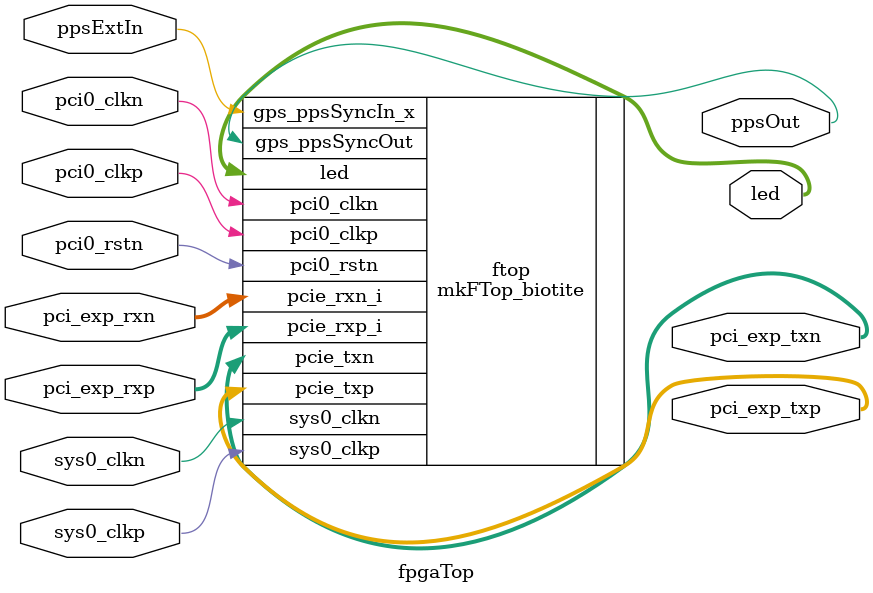
<source format=v>

module fpgaTop(
  input  wire        sys0_clkp,     // sys0 Clock +
  input  wire        sys0_clkn,     // sys0 Clock -
  input  wire        pci0_clkp,     // PCIe Clock +
  input  wire        pci0_clkn,     // PCIe Clock -
  input  wire        pci0_rstn,     // PCIe Reset
  output wire [7:0]  pci_exp_txp,   // PCIe lanes...
  output wire [7:0]  pci_exp_txn,
  input  wire [7:0]  pci_exp_rxp,
  input  wire [7:0]  pci_exp_rxn,
  output wire [2:0]  led,            // LEDs ml555
  input  wire        ppsExtIn,       // PPS in
  output wire        ppsOut          // PPS out
);

// Instance and connect mkFTop...
 mkFTop_biotite ftop(
  .sys0_clkp         (sys0_clkp),
  .sys0_clkn         (sys0_clkn),
  .pci0_clkp         (pci0_clkp),
  .pci0_clkn         (pci0_clkn),
  .pci0_rstn         (pci0_rstn),
  .pcie_rxp_i        (pci_exp_rxp),
  .pcie_rxn_i        (pci_exp_rxn),
  .pcie_txp          (pci_exp_txp),
  .pcie_txn          (pci_exp_txn),
  .led               (led),
  .gps_ppsSyncIn_x   (ppsExtIn),
  .gps_ppsSyncOut    (ppsOut) 
);

endmodule

</source>
